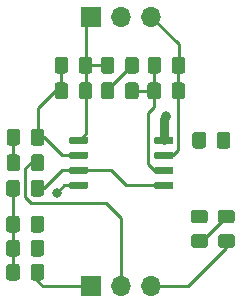
<source format=gbr>
G04 #@! TF.GenerationSoftware,KiCad,Pcbnew,(5.1.5)-2*
G04 #@! TF.CreationDate,2019-12-31T23:10:34+04:00*
G04 #@! TF.ProjectId,ad8066_filter,61643830-3636-45f6-9669-6c7465722e6b,1*
G04 #@! TF.SameCoordinates,Original*
G04 #@! TF.FileFunction,Copper,L1,Top*
G04 #@! TF.FilePolarity,Positive*
%FSLAX46Y46*%
G04 Gerber Fmt 4.6, Leading zero omitted, Abs format (unit mm)*
G04 Created by KiCad (PCBNEW (5.1.5)-2) date 2019-12-31 23:10:34*
%MOMM*%
%LPD*%
G04 APERTURE LIST*
%ADD10C,0.100000*%
%ADD11O,1.700000X1.700000*%
%ADD12R,1.700000X1.700000*%
%ADD13C,0.800000*%
%ADD14C,0.254000*%
%ADD15C,0.250000*%
%ADD16C,0.762000*%
G04 APERTURE END LIST*
G04 #@! TA.AperFunction,SMDPad,CuDef*
D10*
G36*
X172178505Y-93905204D02*
G01*
X172202773Y-93908804D01*
X172226572Y-93914765D01*
X172249671Y-93923030D01*
X172271850Y-93933520D01*
X172292893Y-93946132D01*
X172312599Y-93960747D01*
X172330777Y-93977223D01*
X172347253Y-93995401D01*
X172361868Y-94015107D01*
X172374480Y-94036150D01*
X172384970Y-94058329D01*
X172393235Y-94081428D01*
X172399196Y-94105227D01*
X172402796Y-94129495D01*
X172404000Y-94153999D01*
X172404000Y-94804001D01*
X172402796Y-94828505D01*
X172399196Y-94852773D01*
X172393235Y-94876572D01*
X172384970Y-94899671D01*
X172374480Y-94921850D01*
X172361868Y-94942893D01*
X172347253Y-94962599D01*
X172330777Y-94980777D01*
X172312599Y-94997253D01*
X172292893Y-95011868D01*
X172271850Y-95024480D01*
X172249671Y-95034970D01*
X172226572Y-95043235D01*
X172202773Y-95049196D01*
X172178505Y-95052796D01*
X172154001Y-95054000D01*
X171253999Y-95054000D01*
X171229495Y-95052796D01*
X171205227Y-95049196D01*
X171181428Y-95043235D01*
X171158329Y-95034970D01*
X171136150Y-95024480D01*
X171115107Y-95011868D01*
X171095401Y-94997253D01*
X171077223Y-94980777D01*
X171060747Y-94962599D01*
X171046132Y-94942893D01*
X171033520Y-94921850D01*
X171023030Y-94899671D01*
X171014765Y-94876572D01*
X171008804Y-94852773D01*
X171005204Y-94828505D01*
X171004000Y-94804001D01*
X171004000Y-94153999D01*
X171005204Y-94129495D01*
X171008804Y-94105227D01*
X171014765Y-94081428D01*
X171023030Y-94058329D01*
X171033520Y-94036150D01*
X171046132Y-94015107D01*
X171060747Y-93995401D01*
X171077223Y-93977223D01*
X171095401Y-93960747D01*
X171115107Y-93946132D01*
X171136150Y-93933520D01*
X171158329Y-93923030D01*
X171181428Y-93914765D01*
X171205227Y-93908804D01*
X171229495Y-93905204D01*
X171253999Y-93904000D01*
X172154001Y-93904000D01*
X172178505Y-93905204D01*
G37*
G04 #@! TD.AperFunction*
G04 #@! TA.AperFunction,SMDPad,CuDef*
G36*
X172178505Y-95955204D02*
G01*
X172202773Y-95958804D01*
X172226572Y-95964765D01*
X172249671Y-95973030D01*
X172271850Y-95983520D01*
X172292893Y-95996132D01*
X172312599Y-96010747D01*
X172330777Y-96027223D01*
X172347253Y-96045401D01*
X172361868Y-96065107D01*
X172374480Y-96086150D01*
X172384970Y-96108329D01*
X172393235Y-96131428D01*
X172399196Y-96155227D01*
X172402796Y-96179495D01*
X172404000Y-96203999D01*
X172404000Y-96854001D01*
X172402796Y-96878505D01*
X172399196Y-96902773D01*
X172393235Y-96926572D01*
X172384970Y-96949671D01*
X172374480Y-96971850D01*
X172361868Y-96992893D01*
X172347253Y-97012599D01*
X172330777Y-97030777D01*
X172312599Y-97047253D01*
X172292893Y-97061868D01*
X172271850Y-97074480D01*
X172249671Y-97084970D01*
X172226572Y-97093235D01*
X172202773Y-97099196D01*
X172178505Y-97102796D01*
X172154001Y-97104000D01*
X171253999Y-97104000D01*
X171229495Y-97102796D01*
X171205227Y-97099196D01*
X171181428Y-97093235D01*
X171158329Y-97084970D01*
X171136150Y-97074480D01*
X171115107Y-97061868D01*
X171095401Y-97047253D01*
X171077223Y-97030777D01*
X171060747Y-97012599D01*
X171046132Y-96992893D01*
X171033520Y-96971850D01*
X171023030Y-96949671D01*
X171014765Y-96926572D01*
X171008804Y-96902773D01*
X171005204Y-96878505D01*
X171004000Y-96854001D01*
X171004000Y-96203999D01*
X171005204Y-96179495D01*
X171008804Y-96155227D01*
X171014765Y-96131428D01*
X171023030Y-96108329D01*
X171033520Y-96086150D01*
X171046132Y-96065107D01*
X171060747Y-96045401D01*
X171077223Y-96027223D01*
X171095401Y-96010747D01*
X171115107Y-95996132D01*
X171136150Y-95983520D01*
X171158329Y-95973030D01*
X171181428Y-95964765D01*
X171205227Y-95958804D01*
X171229495Y-95955204D01*
X171253999Y-95954000D01*
X172154001Y-95954000D01*
X172178505Y-95955204D01*
G37*
G04 #@! TD.AperFunction*
G04 #@! TA.AperFunction,SMDPad,CuDef*
G36*
X174464505Y-93905204D02*
G01*
X174488773Y-93908804D01*
X174512572Y-93914765D01*
X174535671Y-93923030D01*
X174557850Y-93933520D01*
X174578893Y-93946132D01*
X174598599Y-93960747D01*
X174616777Y-93977223D01*
X174633253Y-93995401D01*
X174647868Y-94015107D01*
X174660480Y-94036150D01*
X174670970Y-94058329D01*
X174679235Y-94081428D01*
X174685196Y-94105227D01*
X174688796Y-94129495D01*
X174690000Y-94153999D01*
X174690000Y-94804001D01*
X174688796Y-94828505D01*
X174685196Y-94852773D01*
X174679235Y-94876572D01*
X174670970Y-94899671D01*
X174660480Y-94921850D01*
X174647868Y-94942893D01*
X174633253Y-94962599D01*
X174616777Y-94980777D01*
X174598599Y-94997253D01*
X174578893Y-95011868D01*
X174557850Y-95024480D01*
X174535671Y-95034970D01*
X174512572Y-95043235D01*
X174488773Y-95049196D01*
X174464505Y-95052796D01*
X174440001Y-95054000D01*
X173539999Y-95054000D01*
X173515495Y-95052796D01*
X173491227Y-95049196D01*
X173467428Y-95043235D01*
X173444329Y-95034970D01*
X173422150Y-95024480D01*
X173401107Y-95011868D01*
X173381401Y-94997253D01*
X173363223Y-94980777D01*
X173346747Y-94962599D01*
X173332132Y-94942893D01*
X173319520Y-94921850D01*
X173309030Y-94899671D01*
X173300765Y-94876572D01*
X173294804Y-94852773D01*
X173291204Y-94828505D01*
X173290000Y-94804001D01*
X173290000Y-94153999D01*
X173291204Y-94129495D01*
X173294804Y-94105227D01*
X173300765Y-94081428D01*
X173309030Y-94058329D01*
X173319520Y-94036150D01*
X173332132Y-94015107D01*
X173346747Y-93995401D01*
X173363223Y-93977223D01*
X173381401Y-93960747D01*
X173401107Y-93946132D01*
X173422150Y-93933520D01*
X173444329Y-93923030D01*
X173467428Y-93914765D01*
X173491227Y-93908804D01*
X173515495Y-93905204D01*
X173539999Y-93904000D01*
X174440001Y-93904000D01*
X174464505Y-93905204D01*
G37*
G04 #@! TD.AperFunction*
G04 #@! TA.AperFunction,SMDPad,CuDef*
G36*
X174464505Y-95955204D02*
G01*
X174488773Y-95958804D01*
X174512572Y-95964765D01*
X174535671Y-95973030D01*
X174557850Y-95983520D01*
X174578893Y-95996132D01*
X174598599Y-96010747D01*
X174616777Y-96027223D01*
X174633253Y-96045401D01*
X174647868Y-96065107D01*
X174660480Y-96086150D01*
X174670970Y-96108329D01*
X174679235Y-96131428D01*
X174685196Y-96155227D01*
X174688796Y-96179495D01*
X174690000Y-96203999D01*
X174690000Y-96854001D01*
X174688796Y-96878505D01*
X174685196Y-96902773D01*
X174679235Y-96926572D01*
X174670970Y-96949671D01*
X174660480Y-96971850D01*
X174647868Y-96992893D01*
X174633253Y-97012599D01*
X174616777Y-97030777D01*
X174598599Y-97047253D01*
X174578893Y-97061868D01*
X174557850Y-97074480D01*
X174535671Y-97084970D01*
X174512572Y-97093235D01*
X174488773Y-97099196D01*
X174464505Y-97102796D01*
X174440001Y-97104000D01*
X173539999Y-97104000D01*
X173515495Y-97102796D01*
X173491227Y-97099196D01*
X173467428Y-97093235D01*
X173444329Y-97084970D01*
X173422150Y-97074480D01*
X173401107Y-97061868D01*
X173381401Y-97047253D01*
X173363223Y-97030777D01*
X173346747Y-97012599D01*
X173332132Y-96992893D01*
X173319520Y-96971850D01*
X173309030Y-96949671D01*
X173300765Y-96926572D01*
X173294804Y-96902773D01*
X173291204Y-96878505D01*
X173290000Y-96854001D01*
X173290000Y-96203999D01*
X173291204Y-96179495D01*
X173294804Y-96155227D01*
X173300765Y-96131428D01*
X173309030Y-96108329D01*
X173319520Y-96086150D01*
X173332132Y-96065107D01*
X173346747Y-96045401D01*
X173363223Y-96027223D01*
X173381401Y-96010747D01*
X173401107Y-95996132D01*
X173422150Y-95983520D01*
X173444329Y-95973030D01*
X173467428Y-95964765D01*
X173491227Y-95958804D01*
X173515495Y-95955204D01*
X173539999Y-95954000D01*
X174440001Y-95954000D01*
X174464505Y-95955204D01*
G37*
G04 #@! TD.AperFunction*
G04 #@! TA.AperFunction,SMDPad,CuDef*
G36*
X168243505Y-80962204D02*
G01*
X168267773Y-80965804D01*
X168291572Y-80971765D01*
X168314671Y-80980030D01*
X168336850Y-80990520D01*
X168357893Y-81003132D01*
X168377599Y-81017747D01*
X168395777Y-81034223D01*
X168412253Y-81052401D01*
X168426868Y-81072107D01*
X168439480Y-81093150D01*
X168449970Y-81115329D01*
X168458235Y-81138428D01*
X168464196Y-81162227D01*
X168467796Y-81186495D01*
X168469000Y-81210999D01*
X168469000Y-82111001D01*
X168467796Y-82135505D01*
X168464196Y-82159773D01*
X168458235Y-82183572D01*
X168449970Y-82206671D01*
X168439480Y-82228850D01*
X168426868Y-82249893D01*
X168412253Y-82269599D01*
X168395777Y-82287777D01*
X168377599Y-82304253D01*
X168357893Y-82318868D01*
X168336850Y-82331480D01*
X168314671Y-82341970D01*
X168291572Y-82350235D01*
X168267773Y-82356196D01*
X168243505Y-82359796D01*
X168219001Y-82361000D01*
X167568999Y-82361000D01*
X167544495Y-82359796D01*
X167520227Y-82356196D01*
X167496428Y-82350235D01*
X167473329Y-82341970D01*
X167451150Y-82331480D01*
X167430107Y-82318868D01*
X167410401Y-82304253D01*
X167392223Y-82287777D01*
X167375747Y-82269599D01*
X167361132Y-82249893D01*
X167348520Y-82228850D01*
X167338030Y-82206671D01*
X167329765Y-82183572D01*
X167323804Y-82159773D01*
X167320204Y-82135505D01*
X167319000Y-82111001D01*
X167319000Y-81210999D01*
X167320204Y-81186495D01*
X167323804Y-81162227D01*
X167329765Y-81138428D01*
X167338030Y-81115329D01*
X167348520Y-81093150D01*
X167361132Y-81072107D01*
X167375747Y-81052401D01*
X167392223Y-81034223D01*
X167410401Y-81017747D01*
X167430107Y-81003132D01*
X167451150Y-80990520D01*
X167473329Y-80980030D01*
X167496428Y-80971765D01*
X167520227Y-80965804D01*
X167544495Y-80962204D01*
X167568999Y-80961000D01*
X168219001Y-80961000D01*
X168243505Y-80962204D01*
G37*
G04 #@! TD.AperFunction*
G04 #@! TA.AperFunction,SMDPad,CuDef*
G36*
X170293505Y-80962204D02*
G01*
X170317773Y-80965804D01*
X170341572Y-80971765D01*
X170364671Y-80980030D01*
X170386850Y-80990520D01*
X170407893Y-81003132D01*
X170427599Y-81017747D01*
X170445777Y-81034223D01*
X170462253Y-81052401D01*
X170476868Y-81072107D01*
X170489480Y-81093150D01*
X170499970Y-81115329D01*
X170508235Y-81138428D01*
X170514196Y-81162227D01*
X170517796Y-81186495D01*
X170519000Y-81210999D01*
X170519000Y-82111001D01*
X170517796Y-82135505D01*
X170514196Y-82159773D01*
X170508235Y-82183572D01*
X170499970Y-82206671D01*
X170489480Y-82228850D01*
X170476868Y-82249893D01*
X170462253Y-82269599D01*
X170445777Y-82287777D01*
X170427599Y-82304253D01*
X170407893Y-82318868D01*
X170386850Y-82331480D01*
X170364671Y-82341970D01*
X170341572Y-82350235D01*
X170317773Y-82356196D01*
X170293505Y-82359796D01*
X170269001Y-82361000D01*
X169618999Y-82361000D01*
X169594495Y-82359796D01*
X169570227Y-82356196D01*
X169546428Y-82350235D01*
X169523329Y-82341970D01*
X169501150Y-82331480D01*
X169480107Y-82318868D01*
X169460401Y-82304253D01*
X169442223Y-82287777D01*
X169425747Y-82269599D01*
X169411132Y-82249893D01*
X169398520Y-82228850D01*
X169388030Y-82206671D01*
X169379765Y-82183572D01*
X169373804Y-82159773D01*
X169370204Y-82135505D01*
X169369000Y-82111001D01*
X169369000Y-81210999D01*
X169370204Y-81186495D01*
X169373804Y-81162227D01*
X169379765Y-81138428D01*
X169388030Y-81115329D01*
X169398520Y-81093150D01*
X169411132Y-81072107D01*
X169425747Y-81052401D01*
X169442223Y-81034223D01*
X169460401Y-81017747D01*
X169480107Y-81003132D01*
X169501150Y-80990520D01*
X169523329Y-80980030D01*
X169546428Y-80971765D01*
X169570227Y-80965804D01*
X169594495Y-80962204D01*
X169618999Y-80961000D01*
X170269001Y-80961000D01*
X170293505Y-80962204D01*
G37*
G04 #@! TD.AperFunction*
G04 #@! TA.AperFunction,SMDPad,CuDef*
G36*
X168225505Y-83121204D02*
G01*
X168249773Y-83124804D01*
X168273572Y-83130765D01*
X168296671Y-83139030D01*
X168318850Y-83149520D01*
X168339893Y-83162132D01*
X168359599Y-83176747D01*
X168377777Y-83193223D01*
X168394253Y-83211401D01*
X168408868Y-83231107D01*
X168421480Y-83252150D01*
X168431970Y-83274329D01*
X168440235Y-83297428D01*
X168446196Y-83321227D01*
X168449796Y-83345495D01*
X168451000Y-83369999D01*
X168451000Y-84270001D01*
X168449796Y-84294505D01*
X168446196Y-84318773D01*
X168440235Y-84342572D01*
X168431970Y-84365671D01*
X168421480Y-84387850D01*
X168408868Y-84408893D01*
X168394253Y-84428599D01*
X168377777Y-84446777D01*
X168359599Y-84463253D01*
X168339893Y-84477868D01*
X168318850Y-84490480D01*
X168296671Y-84500970D01*
X168273572Y-84509235D01*
X168249773Y-84515196D01*
X168225505Y-84518796D01*
X168201001Y-84520000D01*
X167550999Y-84520000D01*
X167526495Y-84518796D01*
X167502227Y-84515196D01*
X167478428Y-84509235D01*
X167455329Y-84500970D01*
X167433150Y-84490480D01*
X167412107Y-84477868D01*
X167392401Y-84463253D01*
X167374223Y-84446777D01*
X167357747Y-84428599D01*
X167343132Y-84408893D01*
X167330520Y-84387850D01*
X167320030Y-84365671D01*
X167311765Y-84342572D01*
X167305804Y-84318773D01*
X167302204Y-84294505D01*
X167301000Y-84270001D01*
X167301000Y-83369999D01*
X167302204Y-83345495D01*
X167305804Y-83321227D01*
X167311765Y-83297428D01*
X167320030Y-83274329D01*
X167330520Y-83252150D01*
X167343132Y-83231107D01*
X167357747Y-83211401D01*
X167374223Y-83193223D01*
X167392401Y-83176747D01*
X167412107Y-83162132D01*
X167433150Y-83149520D01*
X167455329Y-83139030D01*
X167478428Y-83130765D01*
X167502227Y-83124804D01*
X167526495Y-83121204D01*
X167550999Y-83120000D01*
X168201001Y-83120000D01*
X168225505Y-83121204D01*
G37*
G04 #@! TD.AperFunction*
G04 #@! TA.AperFunction,SMDPad,CuDef*
G36*
X170275505Y-83121204D02*
G01*
X170299773Y-83124804D01*
X170323572Y-83130765D01*
X170346671Y-83139030D01*
X170368850Y-83149520D01*
X170389893Y-83162132D01*
X170409599Y-83176747D01*
X170427777Y-83193223D01*
X170444253Y-83211401D01*
X170458868Y-83231107D01*
X170471480Y-83252150D01*
X170481970Y-83274329D01*
X170490235Y-83297428D01*
X170496196Y-83321227D01*
X170499796Y-83345495D01*
X170501000Y-83369999D01*
X170501000Y-84270001D01*
X170499796Y-84294505D01*
X170496196Y-84318773D01*
X170490235Y-84342572D01*
X170481970Y-84365671D01*
X170471480Y-84387850D01*
X170458868Y-84408893D01*
X170444253Y-84428599D01*
X170427777Y-84446777D01*
X170409599Y-84463253D01*
X170389893Y-84477868D01*
X170368850Y-84490480D01*
X170346671Y-84500970D01*
X170323572Y-84509235D01*
X170299773Y-84515196D01*
X170275505Y-84518796D01*
X170251001Y-84520000D01*
X169600999Y-84520000D01*
X169576495Y-84518796D01*
X169552227Y-84515196D01*
X169528428Y-84509235D01*
X169505329Y-84500970D01*
X169483150Y-84490480D01*
X169462107Y-84477868D01*
X169442401Y-84463253D01*
X169424223Y-84446777D01*
X169407747Y-84428599D01*
X169393132Y-84408893D01*
X169380520Y-84387850D01*
X169370030Y-84365671D01*
X169361765Y-84342572D01*
X169355804Y-84318773D01*
X169352204Y-84294505D01*
X169351000Y-84270001D01*
X169351000Y-83369999D01*
X169352204Y-83345495D01*
X169355804Y-83321227D01*
X169361765Y-83297428D01*
X169370030Y-83274329D01*
X169380520Y-83252150D01*
X169393132Y-83231107D01*
X169407747Y-83211401D01*
X169424223Y-83193223D01*
X169442401Y-83176747D01*
X169462107Y-83162132D01*
X169483150Y-83149520D01*
X169505329Y-83139030D01*
X169528428Y-83130765D01*
X169552227Y-83124804D01*
X169576495Y-83121204D01*
X169600999Y-83120000D01*
X170251001Y-83120000D01*
X170275505Y-83121204D01*
G37*
G04 #@! TD.AperFunction*
G04 #@! TA.AperFunction,SMDPad,CuDef*
G36*
X174094505Y-87312204D02*
G01*
X174118773Y-87315804D01*
X174142572Y-87321765D01*
X174165671Y-87330030D01*
X174187850Y-87340520D01*
X174208893Y-87353132D01*
X174228599Y-87367747D01*
X174246777Y-87384223D01*
X174263253Y-87402401D01*
X174277868Y-87422107D01*
X174290480Y-87443150D01*
X174300970Y-87465329D01*
X174309235Y-87488428D01*
X174315196Y-87512227D01*
X174318796Y-87536495D01*
X174320000Y-87560999D01*
X174320000Y-88461001D01*
X174318796Y-88485505D01*
X174315196Y-88509773D01*
X174309235Y-88533572D01*
X174300970Y-88556671D01*
X174290480Y-88578850D01*
X174277868Y-88599893D01*
X174263253Y-88619599D01*
X174246777Y-88637777D01*
X174228599Y-88654253D01*
X174208893Y-88668868D01*
X174187850Y-88681480D01*
X174165671Y-88691970D01*
X174142572Y-88700235D01*
X174118773Y-88706196D01*
X174094505Y-88709796D01*
X174070001Y-88711000D01*
X173419999Y-88711000D01*
X173395495Y-88709796D01*
X173371227Y-88706196D01*
X173347428Y-88700235D01*
X173324329Y-88691970D01*
X173302150Y-88681480D01*
X173281107Y-88668868D01*
X173261401Y-88654253D01*
X173243223Y-88637777D01*
X173226747Y-88619599D01*
X173212132Y-88599893D01*
X173199520Y-88578850D01*
X173189030Y-88556671D01*
X173180765Y-88533572D01*
X173174804Y-88509773D01*
X173171204Y-88485505D01*
X173170000Y-88461001D01*
X173170000Y-87560999D01*
X173171204Y-87536495D01*
X173174804Y-87512227D01*
X173180765Y-87488428D01*
X173189030Y-87465329D01*
X173199520Y-87443150D01*
X173212132Y-87422107D01*
X173226747Y-87402401D01*
X173243223Y-87384223D01*
X173261401Y-87367747D01*
X173281107Y-87353132D01*
X173302150Y-87340520D01*
X173324329Y-87330030D01*
X173347428Y-87321765D01*
X173371227Y-87315804D01*
X173395495Y-87312204D01*
X173419999Y-87311000D01*
X174070001Y-87311000D01*
X174094505Y-87312204D01*
G37*
G04 #@! TD.AperFunction*
G04 #@! TA.AperFunction,SMDPad,CuDef*
G36*
X172044505Y-87312204D02*
G01*
X172068773Y-87315804D01*
X172092572Y-87321765D01*
X172115671Y-87330030D01*
X172137850Y-87340520D01*
X172158893Y-87353132D01*
X172178599Y-87367747D01*
X172196777Y-87384223D01*
X172213253Y-87402401D01*
X172227868Y-87422107D01*
X172240480Y-87443150D01*
X172250970Y-87465329D01*
X172259235Y-87488428D01*
X172265196Y-87512227D01*
X172268796Y-87536495D01*
X172270000Y-87560999D01*
X172270000Y-88461001D01*
X172268796Y-88485505D01*
X172265196Y-88509773D01*
X172259235Y-88533572D01*
X172250970Y-88556671D01*
X172240480Y-88578850D01*
X172227868Y-88599893D01*
X172213253Y-88619599D01*
X172196777Y-88637777D01*
X172178599Y-88654253D01*
X172158893Y-88668868D01*
X172137850Y-88681480D01*
X172115671Y-88691970D01*
X172092572Y-88700235D01*
X172068773Y-88706196D01*
X172044505Y-88709796D01*
X172020001Y-88711000D01*
X171369999Y-88711000D01*
X171345495Y-88709796D01*
X171321227Y-88706196D01*
X171297428Y-88700235D01*
X171274329Y-88691970D01*
X171252150Y-88681480D01*
X171231107Y-88668868D01*
X171211401Y-88654253D01*
X171193223Y-88637777D01*
X171176747Y-88619599D01*
X171162132Y-88599893D01*
X171149520Y-88578850D01*
X171139030Y-88556671D01*
X171130765Y-88533572D01*
X171124804Y-88509773D01*
X171121204Y-88485505D01*
X171120000Y-88461001D01*
X171120000Y-87560999D01*
X171121204Y-87536495D01*
X171124804Y-87512227D01*
X171130765Y-87488428D01*
X171139030Y-87465329D01*
X171149520Y-87443150D01*
X171162132Y-87422107D01*
X171176747Y-87402401D01*
X171193223Y-87384223D01*
X171211401Y-87367747D01*
X171231107Y-87353132D01*
X171252150Y-87340520D01*
X171274329Y-87330030D01*
X171297428Y-87321765D01*
X171321227Y-87315804D01*
X171345495Y-87312204D01*
X171369999Y-87311000D01*
X172020001Y-87311000D01*
X172044505Y-87312204D01*
G37*
G04 #@! TD.AperFunction*
G04 #@! TA.AperFunction,SMDPad,CuDef*
G36*
X169364703Y-87711722D02*
G01*
X169379264Y-87713882D01*
X169393543Y-87717459D01*
X169407403Y-87722418D01*
X169420710Y-87728712D01*
X169433336Y-87736280D01*
X169445159Y-87745048D01*
X169456066Y-87754934D01*
X169465952Y-87765841D01*
X169474720Y-87777664D01*
X169482288Y-87790290D01*
X169488582Y-87803597D01*
X169493541Y-87817457D01*
X169497118Y-87831736D01*
X169499278Y-87846297D01*
X169500000Y-87861000D01*
X169500000Y-88161000D01*
X169499278Y-88175703D01*
X169497118Y-88190264D01*
X169493541Y-88204543D01*
X169488582Y-88218403D01*
X169482288Y-88231710D01*
X169474720Y-88244336D01*
X169465952Y-88256159D01*
X169456066Y-88267066D01*
X169445159Y-88276952D01*
X169433336Y-88285720D01*
X169420710Y-88293288D01*
X169407403Y-88299582D01*
X169393543Y-88304541D01*
X169379264Y-88308118D01*
X169364703Y-88310278D01*
X169350000Y-88311000D01*
X168050000Y-88311000D01*
X168035297Y-88310278D01*
X168020736Y-88308118D01*
X168006457Y-88304541D01*
X167992597Y-88299582D01*
X167979290Y-88293288D01*
X167966664Y-88285720D01*
X167954841Y-88276952D01*
X167943934Y-88267066D01*
X167934048Y-88256159D01*
X167925280Y-88244336D01*
X167917712Y-88231710D01*
X167911418Y-88218403D01*
X167906459Y-88204543D01*
X167902882Y-88190264D01*
X167900722Y-88175703D01*
X167900000Y-88161000D01*
X167900000Y-87861000D01*
X167900722Y-87846297D01*
X167902882Y-87831736D01*
X167906459Y-87817457D01*
X167911418Y-87803597D01*
X167917712Y-87790290D01*
X167925280Y-87777664D01*
X167934048Y-87765841D01*
X167943934Y-87754934D01*
X167954841Y-87745048D01*
X167966664Y-87736280D01*
X167979290Y-87728712D01*
X167992597Y-87722418D01*
X168006457Y-87717459D01*
X168020736Y-87713882D01*
X168035297Y-87711722D01*
X168050000Y-87711000D01*
X169350000Y-87711000D01*
X169364703Y-87711722D01*
G37*
G04 #@! TD.AperFunction*
G04 #@! TA.AperFunction,SMDPad,CuDef*
G36*
X169364703Y-88981722D02*
G01*
X169379264Y-88983882D01*
X169393543Y-88987459D01*
X169407403Y-88992418D01*
X169420710Y-88998712D01*
X169433336Y-89006280D01*
X169445159Y-89015048D01*
X169456066Y-89024934D01*
X169465952Y-89035841D01*
X169474720Y-89047664D01*
X169482288Y-89060290D01*
X169488582Y-89073597D01*
X169493541Y-89087457D01*
X169497118Y-89101736D01*
X169499278Y-89116297D01*
X169500000Y-89131000D01*
X169500000Y-89431000D01*
X169499278Y-89445703D01*
X169497118Y-89460264D01*
X169493541Y-89474543D01*
X169488582Y-89488403D01*
X169482288Y-89501710D01*
X169474720Y-89514336D01*
X169465952Y-89526159D01*
X169456066Y-89537066D01*
X169445159Y-89546952D01*
X169433336Y-89555720D01*
X169420710Y-89563288D01*
X169407403Y-89569582D01*
X169393543Y-89574541D01*
X169379264Y-89578118D01*
X169364703Y-89580278D01*
X169350000Y-89581000D01*
X168050000Y-89581000D01*
X168035297Y-89580278D01*
X168020736Y-89578118D01*
X168006457Y-89574541D01*
X167992597Y-89569582D01*
X167979290Y-89563288D01*
X167966664Y-89555720D01*
X167954841Y-89546952D01*
X167943934Y-89537066D01*
X167934048Y-89526159D01*
X167925280Y-89514336D01*
X167917712Y-89501710D01*
X167911418Y-89488403D01*
X167906459Y-89474543D01*
X167902882Y-89460264D01*
X167900722Y-89445703D01*
X167900000Y-89431000D01*
X167900000Y-89131000D01*
X167900722Y-89116297D01*
X167902882Y-89101736D01*
X167906459Y-89087457D01*
X167911418Y-89073597D01*
X167917712Y-89060290D01*
X167925280Y-89047664D01*
X167934048Y-89035841D01*
X167943934Y-89024934D01*
X167954841Y-89015048D01*
X167966664Y-89006280D01*
X167979290Y-88998712D01*
X167992597Y-88992418D01*
X168006457Y-88987459D01*
X168020736Y-88983882D01*
X168035297Y-88981722D01*
X168050000Y-88981000D01*
X169350000Y-88981000D01*
X169364703Y-88981722D01*
G37*
G04 #@! TD.AperFunction*
G04 #@! TA.AperFunction,SMDPad,CuDef*
G36*
X169364703Y-90251722D02*
G01*
X169379264Y-90253882D01*
X169393543Y-90257459D01*
X169407403Y-90262418D01*
X169420710Y-90268712D01*
X169433336Y-90276280D01*
X169445159Y-90285048D01*
X169456066Y-90294934D01*
X169465952Y-90305841D01*
X169474720Y-90317664D01*
X169482288Y-90330290D01*
X169488582Y-90343597D01*
X169493541Y-90357457D01*
X169497118Y-90371736D01*
X169499278Y-90386297D01*
X169500000Y-90401000D01*
X169500000Y-90701000D01*
X169499278Y-90715703D01*
X169497118Y-90730264D01*
X169493541Y-90744543D01*
X169488582Y-90758403D01*
X169482288Y-90771710D01*
X169474720Y-90784336D01*
X169465952Y-90796159D01*
X169456066Y-90807066D01*
X169445159Y-90816952D01*
X169433336Y-90825720D01*
X169420710Y-90833288D01*
X169407403Y-90839582D01*
X169393543Y-90844541D01*
X169379264Y-90848118D01*
X169364703Y-90850278D01*
X169350000Y-90851000D01*
X168050000Y-90851000D01*
X168035297Y-90850278D01*
X168020736Y-90848118D01*
X168006457Y-90844541D01*
X167992597Y-90839582D01*
X167979290Y-90833288D01*
X167966664Y-90825720D01*
X167954841Y-90816952D01*
X167943934Y-90807066D01*
X167934048Y-90796159D01*
X167925280Y-90784336D01*
X167917712Y-90771710D01*
X167911418Y-90758403D01*
X167906459Y-90744543D01*
X167902882Y-90730264D01*
X167900722Y-90715703D01*
X167900000Y-90701000D01*
X167900000Y-90401000D01*
X167900722Y-90386297D01*
X167902882Y-90371736D01*
X167906459Y-90357457D01*
X167911418Y-90343597D01*
X167917712Y-90330290D01*
X167925280Y-90317664D01*
X167934048Y-90305841D01*
X167943934Y-90294934D01*
X167954841Y-90285048D01*
X167966664Y-90276280D01*
X167979290Y-90268712D01*
X167992597Y-90262418D01*
X168006457Y-90257459D01*
X168020736Y-90253882D01*
X168035297Y-90251722D01*
X168050000Y-90251000D01*
X169350000Y-90251000D01*
X169364703Y-90251722D01*
G37*
G04 #@! TD.AperFunction*
G04 #@! TA.AperFunction,SMDPad,CuDef*
G36*
X169364703Y-91521722D02*
G01*
X169379264Y-91523882D01*
X169393543Y-91527459D01*
X169407403Y-91532418D01*
X169420710Y-91538712D01*
X169433336Y-91546280D01*
X169445159Y-91555048D01*
X169456066Y-91564934D01*
X169465952Y-91575841D01*
X169474720Y-91587664D01*
X169482288Y-91600290D01*
X169488582Y-91613597D01*
X169493541Y-91627457D01*
X169497118Y-91641736D01*
X169499278Y-91656297D01*
X169500000Y-91671000D01*
X169500000Y-91971000D01*
X169499278Y-91985703D01*
X169497118Y-92000264D01*
X169493541Y-92014543D01*
X169488582Y-92028403D01*
X169482288Y-92041710D01*
X169474720Y-92054336D01*
X169465952Y-92066159D01*
X169456066Y-92077066D01*
X169445159Y-92086952D01*
X169433336Y-92095720D01*
X169420710Y-92103288D01*
X169407403Y-92109582D01*
X169393543Y-92114541D01*
X169379264Y-92118118D01*
X169364703Y-92120278D01*
X169350000Y-92121000D01*
X168050000Y-92121000D01*
X168035297Y-92120278D01*
X168020736Y-92118118D01*
X168006457Y-92114541D01*
X167992597Y-92109582D01*
X167979290Y-92103288D01*
X167966664Y-92095720D01*
X167954841Y-92086952D01*
X167943934Y-92077066D01*
X167934048Y-92066159D01*
X167925280Y-92054336D01*
X167917712Y-92041710D01*
X167911418Y-92028403D01*
X167906459Y-92014543D01*
X167902882Y-92000264D01*
X167900722Y-91985703D01*
X167900000Y-91971000D01*
X167900000Y-91671000D01*
X167900722Y-91656297D01*
X167902882Y-91641736D01*
X167906459Y-91627457D01*
X167911418Y-91613597D01*
X167917712Y-91600290D01*
X167925280Y-91587664D01*
X167934048Y-91575841D01*
X167943934Y-91564934D01*
X167954841Y-91555048D01*
X167966664Y-91546280D01*
X167979290Y-91538712D01*
X167992597Y-91532418D01*
X168006457Y-91527459D01*
X168020736Y-91523882D01*
X168035297Y-91521722D01*
X168050000Y-91521000D01*
X169350000Y-91521000D01*
X169364703Y-91521722D01*
G37*
G04 #@! TD.AperFunction*
G04 #@! TA.AperFunction,SMDPad,CuDef*
G36*
X162164703Y-91521722D02*
G01*
X162179264Y-91523882D01*
X162193543Y-91527459D01*
X162207403Y-91532418D01*
X162220710Y-91538712D01*
X162233336Y-91546280D01*
X162245159Y-91555048D01*
X162256066Y-91564934D01*
X162265952Y-91575841D01*
X162274720Y-91587664D01*
X162282288Y-91600290D01*
X162288582Y-91613597D01*
X162293541Y-91627457D01*
X162297118Y-91641736D01*
X162299278Y-91656297D01*
X162300000Y-91671000D01*
X162300000Y-91971000D01*
X162299278Y-91985703D01*
X162297118Y-92000264D01*
X162293541Y-92014543D01*
X162288582Y-92028403D01*
X162282288Y-92041710D01*
X162274720Y-92054336D01*
X162265952Y-92066159D01*
X162256066Y-92077066D01*
X162245159Y-92086952D01*
X162233336Y-92095720D01*
X162220710Y-92103288D01*
X162207403Y-92109582D01*
X162193543Y-92114541D01*
X162179264Y-92118118D01*
X162164703Y-92120278D01*
X162150000Y-92121000D01*
X160850000Y-92121000D01*
X160835297Y-92120278D01*
X160820736Y-92118118D01*
X160806457Y-92114541D01*
X160792597Y-92109582D01*
X160779290Y-92103288D01*
X160766664Y-92095720D01*
X160754841Y-92086952D01*
X160743934Y-92077066D01*
X160734048Y-92066159D01*
X160725280Y-92054336D01*
X160717712Y-92041710D01*
X160711418Y-92028403D01*
X160706459Y-92014543D01*
X160702882Y-92000264D01*
X160700722Y-91985703D01*
X160700000Y-91971000D01*
X160700000Y-91671000D01*
X160700722Y-91656297D01*
X160702882Y-91641736D01*
X160706459Y-91627457D01*
X160711418Y-91613597D01*
X160717712Y-91600290D01*
X160725280Y-91587664D01*
X160734048Y-91575841D01*
X160743934Y-91564934D01*
X160754841Y-91555048D01*
X160766664Y-91546280D01*
X160779290Y-91538712D01*
X160792597Y-91532418D01*
X160806457Y-91527459D01*
X160820736Y-91523882D01*
X160835297Y-91521722D01*
X160850000Y-91521000D01*
X162150000Y-91521000D01*
X162164703Y-91521722D01*
G37*
G04 #@! TD.AperFunction*
G04 #@! TA.AperFunction,SMDPad,CuDef*
G36*
X162164703Y-90251722D02*
G01*
X162179264Y-90253882D01*
X162193543Y-90257459D01*
X162207403Y-90262418D01*
X162220710Y-90268712D01*
X162233336Y-90276280D01*
X162245159Y-90285048D01*
X162256066Y-90294934D01*
X162265952Y-90305841D01*
X162274720Y-90317664D01*
X162282288Y-90330290D01*
X162288582Y-90343597D01*
X162293541Y-90357457D01*
X162297118Y-90371736D01*
X162299278Y-90386297D01*
X162300000Y-90401000D01*
X162300000Y-90701000D01*
X162299278Y-90715703D01*
X162297118Y-90730264D01*
X162293541Y-90744543D01*
X162288582Y-90758403D01*
X162282288Y-90771710D01*
X162274720Y-90784336D01*
X162265952Y-90796159D01*
X162256066Y-90807066D01*
X162245159Y-90816952D01*
X162233336Y-90825720D01*
X162220710Y-90833288D01*
X162207403Y-90839582D01*
X162193543Y-90844541D01*
X162179264Y-90848118D01*
X162164703Y-90850278D01*
X162150000Y-90851000D01*
X160850000Y-90851000D01*
X160835297Y-90850278D01*
X160820736Y-90848118D01*
X160806457Y-90844541D01*
X160792597Y-90839582D01*
X160779290Y-90833288D01*
X160766664Y-90825720D01*
X160754841Y-90816952D01*
X160743934Y-90807066D01*
X160734048Y-90796159D01*
X160725280Y-90784336D01*
X160717712Y-90771710D01*
X160711418Y-90758403D01*
X160706459Y-90744543D01*
X160702882Y-90730264D01*
X160700722Y-90715703D01*
X160700000Y-90701000D01*
X160700000Y-90401000D01*
X160700722Y-90386297D01*
X160702882Y-90371736D01*
X160706459Y-90357457D01*
X160711418Y-90343597D01*
X160717712Y-90330290D01*
X160725280Y-90317664D01*
X160734048Y-90305841D01*
X160743934Y-90294934D01*
X160754841Y-90285048D01*
X160766664Y-90276280D01*
X160779290Y-90268712D01*
X160792597Y-90262418D01*
X160806457Y-90257459D01*
X160820736Y-90253882D01*
X160835297Y-90251722D01*
X160850000Y-90251000D01*
X162150000Y-90251000D01*
X162164703Y-90251722D01*
G37*
G04 #@! TD.AperFunction*
G04 #@! TA.AperFunction,SMDPad,CuDef*
G36*
X162164703Y-88981722D02*
G01*
X162179264Y-88983882D01*
X162193543Y-88987459D01*
X162207403Y-88992418D01*
X162220710Y-88998712D01*
X162233336Y-89006280D01*
X162245159Y-89015048D01*
X162256066Y-89024934D01*
X162265952Y-89035841D01*
X162274720Y-89047664D01*
X162282288Y-89060290D01*
X162288582Y-89073597D01*
X162293541Y-89087457D01*
X162297118Y-89101736D01*
X162299278Y-89116297D01*
X162300000Y-89131000D01*
X162300000Y-89431000D01*
X162299278Y-89445703D01*
X162297118Y-89460264D01*
X162293541Y-89474543D01*
X162288582Y-89488403D01*
X162282288Y-89501710D01*
X162274720Y-89514336D01*
X162265952Y-89526159D01*
X162256066Y-89537066D01*
X162245159Y-89546952D01*
X162233336Y-89555720D01*
X162220710Y-89563288D01*
X162207403Y-89569582D01*
X162193543Y-89574541D01*
X162179264Y-89578118D01*
X162164703Y-89580278D01*
X162150000Y-89581000D01*
X160850000Y-89581000D01*
X160835297Y-89580278D01*
X160820736Y-89578118D01*
X160806457Y-89574541D01*
X160792597Y-89569582D01*
X160779290Y-89563288D01*
X160766664Y-89555720D01*
X160754841Y-89546952D01*
X160743934Y-89537066D01*
X160734048Y-89526159D01*
X160725280Y-89514336D01*
X160717712Y-89501710D01*
X160711418Y-89488403D01*
X160706459Y-89474543D01*
X160702882Y-89460264D01*
X160700722Y-89445703D01*
X160700000Y-89431000D01*
X160700000Y-89131000D01*
X160700722Y-89116297D01*
X160702882Y-89101736D01*
X160706459Y-89087457D01*
X160711418Y-89073597D01*
X160717712Y-89060290D01*
X160725280Y-89047664D01*
X160734048Y-89035841D01*
X160743934Y-89024934D01*
X160754841Y-89015048D01*
X160766664Y-89006280D01*
X160779290Y-88998712D01*
X160792597Y-88992418D01*
X160806457Y-88987459D01*
X160820736Y-88983882D01*
X160835297Y-88981722D01*
X160850000Y-88981000D01*
X162150000Y-88981000D01*
X162164703Y-88981722D01*
G37*
G04 #@! TD.AperFunction*
G04 #@! TA.AperFunction,SMDPad,CuDef*
G36*
X162164703Y-87711722D02*
G01*
X162179264Y-87713882D01*
X162193543Y-87717459D01*
X162207403Y-87722418D01*
X162220710Y-87728712D01*
X162233336Y-87736280D01*
X162245159Y-87745048D01*
X162256066Y-87754934D01*
X162265952Y-87765841D01*
X162274720Y-87777664D01*
X162282288Y-87790290D01*
X162288582Y-87803597D01*
X162293541Y-87817457D01*
X162297118Y-87831736D01*
X162299278Y-87846297D01*
X162300000Y-87861000D01*
X162300000Y-88161000D01*
X162299278Y-88175703D01*
X162297118Y-88190264D01*
X162293541Y-88204543D01*
X162288582Y-88218403D01*
X162282288Y-88231710D01*
X162274720Y-88244336D01*
X162265952Y-88256159D01*
X162256066Y-88267066D01*
X162245159Y-88276952D01*
X162233336Y-88285720D01*
X162220710Y-88293288D01*
X162207403Y-88299582D01*
X162193543Y-88304541D01*
X162179264Y-88308118D01*
X162164703Y-88310278D01*
X162150000Y-88311000D01*
X160850000Y-88311000D01*
X160835297Y-88310278D01*
X160820736Y-88308118D01*
X160806457Y-88304541D01*
X160792597Y-88299582D01*
X160779290Y-88293288D01*
X160766664Y-88285720D01*
X160754841Y-88276952D01*
X160743934Y-88267066D01*
X160734048Y-88256159D01*
X160725280Y-88244336D01*
X160717712Y-88231710D01*
X160711418Y-88218403D01*
X160706459Y-88204543D01*
X160702882Y-88190264D01*
X160700722Y-88175703D01*
X160700000Y-88161000D01*
X160700000Y-87861000D01*
X160700722Y-87846297D01*
X160702882Y-87831736D01*
X160706459Y-87817457D01*
X160711418Y-87803597D01*
X160717712Y-87790290D01*
X160725280Y-87777664D01*
X160734048Y-87765841D01*
X160743934Y-87754934D01*
X160754841Y-87745048D01*
X160766664Y-87736280D01*
X160779290Y-87728712D01*
X160792597Y-87722418D01*
X160806457Y-87717459D01*
X160820736Y-87713882D01*
X160835297Y-87711722D01*
X160850000Y-87711000D01*
X162150000Y-87711000D01*
X162164703Y-87711722D01*
G37*
G04 #@! TD.AperFunction*
G04 #@! TA.AperFunction,SMDPad,CuDef*
G36*
X156287505Y-91376204D02*
G01*
X156311773Y-91379804D01*
X156335572Y-91385765D01*
X156358671Y-91394030D01*
X156380850Y-91404520D01*
X156401893Y-91417132D01*
X156421599Y-91431747D01*
X156439777Y-91448223D01*
X156456253Y-91466401D01*
X156470868Y-91486107D01*
X156483480Y-91507150D01*
X156493970Y-91529329D01*
X156502235Y-91552428D01*
X156508196Y-91576227D01*
X156511796Y-91600495D01*
X156513000Y-91624999D01*
X156513000Y-92525001D01*
X156511796Y-92549505D01*
X156508196Y-92573773D01*
X156502235Y-92597572D01*
X156493970Y-92620671D01*
X156483480Y-92642850D01*
X156470868Y-92663893D01*
X156456253Y-92683599D01*
X156439777Y-92701777D01*
X156421599Y-92718253D01*
X156401893Y-92732868D01*
X156380850Y-92745480D01*
X156358671Y-92755970D01*
X156335572Y-92764235D01*
X156311773Y-92770196D01*
X156287505Y-92773796D01*
X156263001Y-92775000D01*
X155612999Y-92775000D01*
X155588495Y-92773796D01*
X155564227Y-92770196D01*
X155540428Y-92764235D01*
X155517329Y-92755970D01*
X155495150Y-92745480D01*
X155474107Y-92732868D01*
X155454401Y-92718253D01*
X155436223Y-92701777D01*
X155419747Y-92683599D01*
X155405132Y-92663893D01*
X155392520Y-92642850D01*
X155382030Y-92620671D01*
X155373765Y-92597572D01*
X155367804Y-92573773D01*
X155364204Y-92549505D01*
X155363000Y-92525001D01*
X155363000Y-91624999D01*
X155364204Y-91600495D01*
X155367804Y-91576227D01*
X155373765Y-91552428D01*
X155382030Y-91529329D01*
X155392520Y-91507150D01*
X155405132Y-91486107D01*
X155419747Y-91466401D01*
X155436223Y-91448223D01*
X155454401Y-91431747D01*
X155474107Y-91417132D01*
X155495150Y-91404520D01*
X155517329Y-91394030D01*
X155540428Y-91385765D01*
X155564227Y-91379804D01*
X155588495Y-91376204D01*
X155612999Y-91375000D01*
X156263001Y-91375000D01*
X156287505Y-91376204D01*
G37*
G04 #@! TD.AperFunction*
G04 #@! TA.AperFunction,SMDPad,CuDef*
G36*
X158337505Y-91376204D02*
G01*
X158361773Y-91379804D01*
X158385572Y-91385765D01*
X158408671Y-91394030D01*
X158430850Y-91404520D01*
X158451893Y-91417132D01*
X158471599Y-91431747D01*
X158489777Y-91448223D01*
X158506253Y-91466401D01*
X158520868Y-91486107D01*
X158533480Y-91507150D01*
X158543970Y-91529329D01*
X158552235Y-91552428D01*
X158558196Y-91576227D01*
X158561796Y-91600495D01*
X158563000Y-91624999D01*
X158563000Y-92525001D01*
X158561796Y-92549505D01*
X158558196Y-92573773D01*
X158552235Y-92597572D01*
X158543970Y-92620671D01*
X158533480Y-92642850D01*
X158520868Y-92663893D01*
X158506253Y-92683599D01*
X158489777Y-92701777D01*
X158471599Y-92718253D01*
X158451893Y-92732868D01*
X158430850Y-92745480D01*
X158408671Y-92755970D01*
X158385572Y-92764235D01*
X158361773Y-92770196D01*
X158337505Y-92773796D01*
X158313001Y-92775000D01*
X157662999Y-92775000D01*
X157638495Y-92773796D01*
X157614227Y-92770196D01*
X157590428Y-92764235D01*
X157567329Y-92755970D01*
X157545150Y-92745480D01*
X157524107Y-92732868D01*
X157504401Y-92718253D01*
X157486223Y-92701777D01*
X157469747Y-92683599D01*
X157455132Y-92663893D01*
X157442520Y-92642850D01*
X157432030Y-92620671D01*
X157423765Y-92597572D01*
X157417804Y-92573773D01*
X157414204Y-92549505D01*
X157413000Y-92525001D01*
X157413000Y-91624999D01*
X157414204Y-91600495D01*
X157417804Y-91576227D01*
X157423765Y-91552428D01*
X157432030Y-91529329D01*
X157442520Y-91507150D01*
X157455132Y-91486107D01*
X157469747Y-91466401D01*
X157486223Y-91448223D01*
X157504401Y-91431747D01*
X157524107Y-91417132D01*
X157545150Y-91404520D01*
X157567329Y-91394030D01*
X157590428Y-91385765D01*
X157614227Y-91379804D01*
X157638495Y-91376204D01*
X157662999Y-91375000D01*
X158313001Y-91375000D01*
X158337505Y-91376204D01*
G37*
G04 #@! TD.AperFunction*
G04 #@! TA.AperFunction,SMDPad,CuDef*
G36*
X158337505Y-96456204D02*
G01*
X158361773Y-96459804D01*
X158385572Y-96465765D01*
X158408671Y-96474030D01*
X158430850Y-96484520D01*
X158451893Y-96497132D01*
X158471599Y-96511747D01*
X158489777Y-96528223D01*
X158506253Y-96546401D01*
X158520868Y-96566107D01*
X158533480Y-96587150D01*
X158543970Y-96609329D01*
X158552235Y-96632428D01*
X158558196Y-96656227D01*
X158561796Y-96680495D01*
X158563000Y-96704999D01*
X158563000Y-97605001D01*
X158561796Y-97629505D01*
X158558196Y-97653773D01*
X158552235Y-97677572D01*
X158543970Y-97700671D01*
X158533480Y-97722850D01*
X158520868Y-97743893D01*
X158506253Y-97763599D01*
X158489777Y-97781777D01*
X158471599Y-97798253D01*
X158451893Y-97812868D01*
X158430850Y-97825480D01*
X158408671Y-97835970D01*
X158385572Y-97844235D01*
X158361773Y-97850196D01*
X158337505Y-97853796D01*
X158313001Y-97855000D01*
X157662999Y-97855000D01*
X157638495Y-97853796D01*
X157614227Y-97850196D01*
X157590428Y-97844235D01*
X157567329Y-97835970D01*
X157545150Y-97825480D01*
X157524107Y-97812868D01*
X157504401Y-97798253D01*
X157486223Y-97781777D01*
X157469747Y-97763599D01*
X157455132Y-97743893D01*
X157442520Y-97722850D01*
X157432030Y-97700671D01*
X157423765Y-97677572D01*
X157417804Y-97653773D01*
X157414204Y-97629505D01*
X157413000Y-97605001D01*
X157413000Y-96704999D01*
X157414204Y-96680495D01*
X157417804Y-96656227D01*
X157423765Y-96632428D01*
X157432030Y-96609329D01*
X157442520Y-96587150D01*
X157455132Y-96566107D01*
X157469747Y-96546401D01*
X157486223Y-96528223D01*
X157504401Y-96511747D01*
X157524107Y-96497132D01*
X157545150Y-96484520D01*
X157567329Y-96474030D01*
X157590428Y-96465765D01*
X157614227Y-96459804D01*
X157638495Y-96456204D01*
X157662999Y-96455000D01*
X158313001Y-96455000D01*
X158337505Y-96456204D01*
G37*
G04 #@! TD.AperFunction*
G04 #@! TA.AperFunction,SMDPad,CuDef*
G36*
X156287505Y-96456204D02*
G01*
X156311773Y-96459804D01*
X156335572Y-96465765D01*
X156358671Y-96474030D01*
X156380850Y-96484520D01*
X156401893Y-96497132D01*
X156421599Y-96511747D01*
X156439777Y-96528223D01*
X156456253Y-96546401D01*
X156470868Y-96566107D01*
X156483480Y-96587150D01*
X156493970Y-96609329D01*
X156502235Y-96632428D01*
X156508196Y-96656227D01*
X156511796Y-96680495D01*
X156513000Y-96704999D01*
X156513000Y-97605001D01*
X156511796Y-97629505D01*
X156508196Y-97653773D01*
X156502235Y-97677572D01*
X156493970Y-97700671D01*
X156483480Y-97722850D01*
X156470868Y-97743893D01*
X156456253Y-97763599D01*
X156439777Y-97781777D01*
X156421599Y-97798253D01*
X156401893Y-97812868D01*
X156380850Y-97825480D01*
X156358671Y-97835970D01*
X156335572Y-97844235D01*
X156311773Y-97850196D01*
X156287505Y-97853796D01*
X156263001Y-97855000D01*
X155612999Y-97855000D01*
X155588495Y-97853796D01*
X155564227Y-97850196D01*
X155540428Y-97844235D01*
X155517329Y-97835970D01*
X155495150Y-97825480D01*
X155474107Y-97812868D01*
X155454401Y-97798253D01*
X155436223Y-97781777D01*
X155419747Y-97763599D01*
X155405132Y-97743893D01*
X155392520Y-97722850D01*
X155382030Y-97700671D01*
X155373765Y-97677572D01*
X155367804Y-97653773D01*
X155364204Y-97629505D01*
X155363000Y-97605001D01*
X155363000Y-96704999D01*
X155364204Y-96680495D01*
X155367804Y-96656227D01*
X155373765Y-96632428D01*
X155382030Y-96609329D01*
X155392520Y-96587150D01*
X155405132Y-96566107D01*
X155419747Y-96546401D01*
X155436223Y-96528223D01*
X155454401Y-96511747D01*
X155474107Y-96497132D01*
X155495150Y-96484520D01*
X155517329Y-96474030D01*
X155540428Y-96465765D01*
X155564227Y-96459804D01*
X155588495Y-96456204D01*
X155612999Y-96455000D01*
X156263001Y-96455000D01*
X156287505Y-96456204D01*
G37*
G04 #@! TD.AperFunction*
G04 #@! TA.AperFunction,SMDPad,CuDef*
G36*
X156287505Y-98488204D02*
G01*
X156311773Y-98491804D01*
X156335572Y-98497765D01*
X156358671Y-98506030D01*
X156380850Y-98516520D01*
X156401893Y-98529132D01*
X156421599Y-98543747D01*
X156439777Y-98560223D01*
X156456253Y-98578401D01*
X156470868Y-98598107D01*
X156483480Y-98619150D01*
X156493970Y-98641329D01*
X156502235Y-98664428D01*
X156508196Y-98688227D01*
X156511796Y-98712495D01*
X156513000Y-98736999D01*
X156513000Y-99637001D01*
X156511796Y-99661505D01*
X156508196Y-99685773D01*
X156502235Y-99709572D01*
X156493970Y-99732671D01*
X156483480Y-99754850D01*
X156470868Y-99775893D01*
X156456253Y-99795599D01*
X156439777Y-99813777D01*
X156421599Y-99830253D01*
X156401893Y-99844868D01*
X156380850Y-99857480D01*
X156358671Y-99867970D01*
X156335572Y-99876235D01*
X156311773Y-99882196D01*
X156287505Y-99885796D01*
X156263001Y-99887000D01*
X155612999Y-99887000D01*
X155588495Y-99885796D01*
X155564227Y-99882196D01*
X155540428Y-99876235D01*
X155517329Y-99867970D01*
X155495150Y-99857480D01*
X155474107Y-99844868D01*
X155454401Y-99830253D01*
X155436223Y-99813777D01*
X155419747Y-99795599D01*
X155405132Y-99775893D01*
X155392520Y-99754850D01*
X155382030Y-99732671D01*
X155373765Y-99709572D01*
X155367804Y-99685773D01*
X155364204Y-99661505D01*
X155363000Y-99637001D01*
X155363000Y-98736999D01*
X155364204Y-98712495D01*
X155367804Y-98688227D01*
X155373765Y-98664428D01*
X155382030Y-98641329D01*
X155392520Y-98619150D01*
X155405132Y-98598107D01*
X155419747Y-98578401D01*
X155436223Y-98560223D01*
X155454401Y-98543747D01*
X155474107Y-98529132D01*
X155495150Y-98516520D01*
X155517329Y-98506030D01*
X155540428Y-98497765D01*
X155564227Y-98491804D01*
X155588495Y-98488204D01*
X155612999Y-98487000D01*
X156263001Y-98487000D01*
X156287505Y-98488204D01*
G37*
G04 #@! TD.AperFunction*
G04 #@! TA.AperFunction,SMDPad,CuDef*
G36*
X158337505Y-98488204D02*
G01*
X158361773Y-98491804D01*
X158385572Y-98497765D01*
X158408671Y-98506030D01*
X158430850Y-98516520D01*
X158451893Y-98529132D01*
X158471599Y-98543747D01*
X158489777Y-98560223D01*
X158506253Y-98578401D01*
X158520868Y-98598107D01*
X158533480Y-98619150D01*
X158543970Y-98641329D01*
X158552235Y-98664428D01*
X158558196Y-98688227D01*
X158561796Y-98712495D01*
X158563000Y-98736999D01*
X158563000Y-99637001D01*
X158561796Y-99661505D01*
X158558196Y-99685773D01*
X158552235Y-99709572D01*
X158543970Y-99732671D01*
X158533480Y-99754850D01*
X158520868Y-99775893D01*
X158506253Y-99795599D01*
X158489777Y-99813777D01*
X158471599Y-99830253D01*
X158451893Y-99844868D01*
X158430850Y-99857480D01*
X158408671Y-99867970D01*
X158385572Y-99876235D01*
X158361773Y-99882196D01*
X158337505Y-99885796D01*
X158313001Y-99887000D01*
X157662999Y-99887000D01*
X157638495Y-99885796D01*
X157614227Y-99882196D01*
X157590428Y-99876235D01*
X157567329Y-99867970D01*
X157545150Y-99857480D01*
X157524107Y-99844868D01*
X157504401Y-99830253D01*
X157486223Y-99813777D01*
X157469747Y-99795599D01*
X157455132Y-99775893D01*
X157442520Y-99754850D01*
X157432030Y-99732671D01*
X157423765Y-99709572D01*
X157417804Y-99685773D01*
X157414204Y-99661505D01*
X157413000Y-99637001D01*
X157413000Y-98736999D01*
X157414204Y-98712495D01*
X157417804Y-98688227D01*
X157423765Y-98664428D01*
X157432030Y-98641329D01*
X157442520Y-98619150D01*
X157455132Y-98598107D01*
X157469747Y-98578401D01*
X157486223Y-98560223D01*
X157504401Y-98543747D01*
X157524107Y-98529132D01*
X157545150Y-98516520D01*
X157567329Y-98506030D01*
X157590428Y-98497765D01*
X157614227Y-98491804D01*
X157638495Y-98488204D01*
X157662999Y-98487000D01*
X158313001Y-98487000D01*
X158337505Y-98488204D01*
G37*
G04 #@! TD.AperFunction*
G04 #@! TA.AperFunction,SMDPad,CuDef*
G36*
X160369505Y-80962204D02*
G01*
X160393773Y-80965804D01*
X160417572Y-80971765D01*
X160440671Y-80980030D01*
X160462850Y-80990520D01*
X160483893Y-81003132D01*
X160503599Y-81017747D01*
X160521777Y-81034223D01*
X160538253Y-81052401D01*
X160552868Y-81072107D01*
X160565480Y-81093150D01*
X160575970Y-81115329D01*
X160584235Y-81138428D01*
X160590196Y-81162227D01*
X160593796Y-81186495D01*
X160595000Y-81210999D01*
X160595000Y-82111001D01*
X160593796Y-82135505D01*
X160590196Y-82159773D01*
X160584235Y-82183572D01*
X160575970Y-82206671D01*
X160565480Y-82228850D01*
X160552868Y-82249893D01*
X160538253Y-82269599D01*
X160521777Y-82287777D01*
X160503599Y-82304253D01*
X160483893Y-82318868D01*
X160462850Y-82331480D01*
X160440671Y-82341970D01*
X160417572Y-82350235D01*
X160393773Y-82356196D01*
X160369505Y-82359796D01*
X160345001Y-82361000D01*
X159694999Y-82361000D01*
X159670495Y-82359796D01*
X159646227Y-82356196D01*
X159622428Y-82350235D01*
X159599329Y-82341970D01*
X159577150Y-82331480D01*
X159556107Y-82318868D01*
X159536401Y-82304253D01*
X159518223Y-82287777D01*
X159501747Y-82269599D01*
X159487132Y-82249893D01*
X159474520Y-82228850D01*
X159464030Y-82206671D01*
X159455765Y-82183572D01*
X159449804Y-82159773D01*
X159446204Y-82135505D01*
X159445000Y-82111001D01*
X159445000Y-81210999D01*
X159446204Y-81186495D01*
X159449804Y-81162227D01*
X159455765Y-81138428D01*
X159464030Y-81115329D01*
X159474520Y-81093150D01*
X159487132Y-81072107D01*
X159501747Y-81052401D01*
X159518223Y-81034223D01*
X159536401Y-81017747D01*
X159556107Y-81003132D01*
X159577150Y-80990520D01*
X159599329Y-80980030D01*
X159622428Y-80971765D01*
X159646227Y-80965804D01*
X159670495Y-80962204D01*
X159694999Y-80961000D01*
X160345001Y-80961000D01*
X160369505Y-80962204D01*
G37*
G04 #@! TD.AperFunction*
G04 #@! TA.AperFunction,SMDPad,CuDef*
G36*
X162419505Y-80962204D02*
G01*
X162443773Y-80965804D01*
X162467572Y-80971765D01*
X162490671Y-80980030D01*
X162512850Y-80990520D01*
X162533893Y-81003132D01*
X162553599Y-81017747D01*
X162571777Y-81034223D01*
X162588253Y-81052401D01*
X162602868Y-81072107D01*
X162615480Y-81093150D01*
X162625970Y-81115329D01*
X162634235Y-81138428D01*
X162640196Y-81162227D01*
X162643796Y-81186495D01*
X162645000Y-81210999D01*
X162645000Y-82111001D01*
X162643796Y-82135505D01*
X162640196Y-82159773D01*
X162634235Y-82183572D01*
X162625970Y-82206671D01*
X162615480Y-82228850D01*
X162602868Y-82249893D01*
X162588253Y-82269599D01*
X162571777Y-82287777D01*
X162553599Y-82304253D01*
X162533893Y-82318868D01*
X162512850Y-82331480D01*
X162490671Y-82341970D01*
X162467572Y-82350235D01*
X162443773Y-82356196D01*
X162419505Y-82359796D01*
X162395001Y-82361000D01*
X161744999Y-82361000D01*
X161720495Y-82359796D01*
X161696227Y-82356196D01*
X161672428Y-82350235D01*
X161649329Y-82341970D01*
X161627150Y-82331480D01*
X161606107Y-82318868D01*
X161586401Y-82304253D01*
X161568223Y-82287777D01*
X161551747Y-82269599D01*
X161537132Y-82249893D01*
X161524520Y-82228850D01*
X161514030Y-82206671D01*
X161505765Y-82183572D01*
X161499804Y-82159773D01*
X161496204Y-82135505D01*
X161495000Y-82111001D01*
X161495000Y-81210999D01*
X161496204Y-81186495D01*
X161499804Y-81162227D01*
X161505765Y-81138428D01*
X161514030Y-81115329D01*
X161524520Y-81093150D01*
X161537132Y-81072107D01*
X161551747Y-81052401D01*
X161568223Y-81034223D01*
X161586401Y-81017747D01*
X161606107Y-81003132D01*
X161627150Y-80990520D01*
X161649329Y-80980030D01*
X161672428Y-80971765D01*
X161696227Y-80965804D01*
X161720495Y-80962204D01*
X161744999Y-80961000D01*
X162395001Y-80961000D01*
X162419505Y-80962204D01*
G37*
G04 #@! TD.AperFunction*
G04 #@! TA.AperFunction,SMDPad,CuDef*
G36*
X164288505Y-83121204D02*
G01*
X164312773Y-83124804D01*
X164336572Y-83130765D01*
X164359671Y-83139030D01*
X164381850Y-83149520D01*
X164402893Y-83162132D01*
X164422599Y-83176747D01*
X164440777Y-83193223D01*
X164457253Y-83211401D01*
X164471868Y-83231107D01*
X164484480Y-83252150D01*
X164494970Y-83274329D01*
X164503235Y-83297428D01*
X164509196Y-83321227D01*
X164512796Y-83345495D01*
X164514000Y-83369999D01*
X164514000Y-84270001D01*
X164512796Y-84294505D01*
X164509196Y-84318773D01*
X164503235Y-84342572D01*
X164494970Y-84365671D01*
X164484480Y-84387850D01*
X164471868Y-84408893D01*
X164457253Y-84428599D01*
X164440777Y-84446777D01*
X164422599Y-84463253D01*
X164402893Y-84477868D01*
X164381850Y-84490480D01*
X164359671Y-84500970D01*
X164336572Y-84509235D01*
X164312773Y-84515196D01*
X164288505Y-84518796D01*
X164264001Y-84520000D01*
X163613999Y-84520000D01*
X163589495Y-84518796D01*
X163565227Y-84515196D01*
X163541428Y-84509235D01*
X163518329Y-84500970D01*
X163496150Y-84490480D01*
X163475107Y-84477868D01*
X163455401Y-84463253D01*
X163437223Y-84446777D01*
X163420747Y-84428599D01*
X163406132Y-84408893D01*
X163393520Y-84387850D01*
X163383030Y-84365671D01*
X163374765Y-84342572D01*
X163368804Y-84318773D01*
X163365204Y-84294505D01*
X163364000Y-84270001D01*
X163364000Y-83369999D01*
X163365204Y-83345495D01*
X163368804Y-83321227D01*
X163374765Y-83297428D01*
X163383030Y-83274329D01*
X163393520Y-83252150D01*
X163406132Y-83231107D01*
X163420747Y-83211401D01*
X163437223Y-83193223D01*
X163455401Y-83176747D01*
X163475107Y-83162132D01*
X163496150Y-83149520D01*
X163518329Y-83139030D01*
X163541428Y-83130765D01*
X163565227Y-83124804D01*
X163589495Y-83121204D01*
X163613999Y-83120000D01*
X164264001Y-83120000D01*
X164288505Y-83121204D01*
G37*
G04 #@! TD.AperFunction*
G04 #@! TA.AperFunction,SMDPad,CuDef*
G36*
X166338505Y-83121204D02*
G01*
X166362773Y-83124804D01*
X166386572Y-83130765D01*
X166409671Y-83139030D01*
X166431850Y-83149520D01*
X166452893Y-83162132D01*
X166472599Y-83176747D01*
X166490777Y-83193223D01*
X166507253Y-83211401D01*
X166521868Y-83231107D01*
X166534480Y-83252150D01*
X166544970Y-83274329D01*
X166553235Y-83297428D01*
X166559196Y-83321227D01*
X166562796Y-83345495D01*
X166564000Y-83369999D01*
X166564000Y-84270001D01*
X166562796Y-84294505D01*
X166559196Y-84318773D01*
X166553235Y-84342572D01*
X166544970Y-84365671D01*
X166534480Y-84387850D01*
X166521868Y-84408893D01*
X166507253Y-84428599D01*
X166490777Y-84446777D01*
X166472599Y-84463253D01*
X166452893Y-84477868D01*
X166431850Y-84490480D01*
X166409671Y-84500970D01*
X166386572Y-84509235D01*
X166362773Y-84515196D01*
X166338505Y-84518796D01*
X166314001Y-84520000D01*
X165663999Y-84520000D01*
X165639495Y-84518796D01*
X165615227Y-84515196D01*
X165591428Y-84509235D01*
X165568329Y-84500970D01*
X165546150Y-84490480D01*
X165525107Y-84477868D01*
X165505401Y-84463253D01*
X165487223Y-84446777D01*
X165470747Y-84428599D01*
X165456132Y-84408893D01*
X165443520Y-84387850D01*
X165433030Y-84365671D01*
X165424765Y-84342572D01*
X165418804Y-84318773D01*
X165415204Y-84294505D01*
X165414000Y-84270001D01*
X165414000Y-83369999D01*
X165415204Y-83345495D01*
X165418804Y-83321227D01*
X165424765Y-83297428D01*
X165433030Y-83274329D01*
X165443520Y-83252150D01*
X165456132Y-83231107D01*
X165470747Y-83211401D01*
X165487223Y-83193223D01*
X165505401Y-83176747D01*
X165525107Y-83162132D01*
X165546150Y-83149520D01*
X165568329Y-83139030D01*
X165591428Y-83130765D01*
X165615227Y-83124804D01*
X165639495Y-83121204D01*
X165663999Y-83120000D01*
X166314001Y-83120000D01*
X166338505Y-83121204D01*
G37*
G04 #@! TD.AperFunction*
G04 #@! TA.AperFunction,SMDPad,CuDef*
G36*
X156305505Y-87058204D02*
G01*
X156329773Y-87061804D01*
X156353572Y-87067765D01*
X156376671Y-87076030D01*
X156398850Y-87086520D01*
X156419893Y-87099132D01*
X156439599Y-87113747D01*
X156457777Y-87130223D01*
X156474253Y-87148401D01*
X156488868Y-87168107D01*
X156501480Y-87189150D01*
X156511970Y-87211329D01*
X156520235Y-87234428D01*
X156526196Y-87258227D01*
X156529796Y-87282495D01*
X156531000Y-87306999D01*
X156531000Y-88207001D01*
X156529796Y-88231505D01*
X156526196Y-88255773D01*
X156520235Y-88279572D01*
X156511970Y-88302671D01*
X156501480Y-88324850D01*
X156488868Y-88345893D01*
X156474253Y-88365599D01*
X156457777Y-88383777D01*
X156439599Y-88400253D01*
X156419893Y-88414868D01*
X156398850Y-88427480D01*
X156376671Y-88437970D01*
X156353572Y-88446235D01*
X156329773Y-88452196D01*
X156305505Y-88455796D01*
X156281001Y-88457000D01*
X155630999Y-88457000D01*
X155606495Y-88455796D01*
X155582227Y-88452196D01*
X155558428Y-88446235D01*
X155535329Y-88437970D01*
X155513150Y-88427480D01*
X155492107Y-88414868D01*
X155472401Y-88400253D01*
X155454223Y-88383777D01*
X155437747Y-88365599D01*
X155423132Y-88345893D01*
X155410520Y-88324850D01*
X155400030Y-88302671D01*
X155391765Y-88279572D01*
X155385804Y-88255773D01*
X155382204Y-88231505D01*
X155381000Y-88207001D01*
X155381000Y-87306999D01*
X155382204Y-87282495D01*
X155385804Y-87258227D01*
X155391765Y-87234428D01*
X155400030Y-87211329D01*
X155410520Y-87189150D01*
X155423132Y-87168107D01*
X155437747Y-87148401D01*
X155454223Y-87130223D01*
X155472401Y-87113747D01*
X155492107Y-87099132D01*
X155513150Y-87086520D01*
X155535329Y-87076030D01*
X155558428Y-87067765D01*
X155582227Y-87061804D01*
X155606495Y-87058204D01*
X155630999Y-87057000D01*
X156281001Y-87057000D01*
X156305505Y-87058204D01*
G37*
G04 #@! TD.AperFunction*
G04 #@! TA.AperFunction,SMDPad,CuDef*
G36*
X158355505Y-87058204D02*
G01*
X158379773Y-87061804D01*
X158403572Y-87067765D01*
X158426671Y-87076030D01*
X158448850Y-87086520D01*
X158469893Y-87099132D01*
X158489599Y-87113747D01*
X158507777Y-87130223D01*
X158524253Y-87148401D01*
X158538868Y-87168107D01*
X158551480Y-87189150D01*
X158561970Y-87211329D01*
X158570235Y-87234428D01*
X158576196Y-87258227D01*
X158579796Y-87282495D01*
X158581000Y-87306999D01*
X158581000Y-88207001D01*
X158579796Y-88231505D01*
X158576196Y-88255773D01*
X158570235Y-88279572D01*
X158561970Y-88302671D01*
X158551480Y-88324850D01*
X158538868Y-88345893D01*
X158524253Y-88365599D01*
X158507777Y-88383777D01*
X158489599Y-88400253D01*
X158469893Y-88414868D01*
X158448850Y-88427480D01*
X158426671Y-88437970D01*
X158403572Y-88446235D01*
X158379773Y-88452196D01*
X158355505Y-88455796D01*
X158331001Y-88457000D01*
X157680999Y-88457000D01*
X157656495Y-88455796D01*
X157632227Y-88452196D01*
X157608428Y-88446235D01*
X157585329Y-88437970D01*
X157563150Y-88427480D01*
X157542107Y-88414868D01*
X157522401Y-88400253D01*
X157504223Y-88383777D01*
X157487747Y-88365599D01*
X157473132Y-88345893D01*
X157460520Y-88324850D01*
X157450030Y-88302671D01*
X157441765Y-88279572D01*
X157435804Y-88255773D01*
X157432204Y-88231505D01*
X157431000Y-88207001D01*
X157431000Y-87306999D01*
X157432204Y-87282495D01*
X157435804Y-87258227D01*
X157441765Y-87234428D01*
X157450030Y-87211329D01*
X157460520Y-87189150D01*
X157473132Y-87168107D01*
X157487747Y-87148401D01*
X157504223Y-87130223D01*
X157522401Y-87113747D01*
X157542107Y-87099132D01*
X157563150Y-87086520D01*
X157585329Y-87076030D01*
X157608428Y-87067765D01*
X157632227Y-87061804D01*
X157656495Y-87058204D01*
X157680999Y-87057000D01*
X158331001Y-87057000D01*
X158355505Y-87058204D01*
G37*
G04 #@! TD.AperFunction*
D11*
X167640000Y-77597000D03*
X165100000Y-77597000D03*
D12*
X162560000Y-77597000D03*
D11*
X167640000Y-100330000D03*
X165100000Y-100330000D03*
D12*
X162560000Y-100330000D03*
G04 #@! TA.AperFunction,SMDPad,CuDef*
D10*
G36*
X158337505Y-94424204D02*
G01*
X158361773Y-94427804D01*
X158385572Y-94433765D01*
X158408671Y-94442030D01*
X158430850Y-94452520D01*
X158451893Y-94465132D01*
X158471599Y-94479747D01*
X158489777Y-94496223D01*
X158506253Y-94514401D01*
X158520868Y-94534107D01*
X158533480Y-94555150D01*
X158543970Y-94577329D01*
X158552235Y-94600428D01*
X158558196Y-94624227D01*
X158561796Y-94648495D01*
X158563000Y-94672999D01*
X158563000Y-95573001D01*
X158561796Y-95597505D01*
X158558196Y-95621773D01*
X158552235Y-95645572D01*
X158543970Y-95668671D01*
X158533480Y-95690850D01*
X158520868Y-95711893D01*
X158506253Y-95731599D01*
X158489777Y-95749777D01*
X158471599Y-95766253D01*
X158451893Y-95780868D01*
X158430850Y-95793480D01*
X158408671Y-95803970D01*
X158385572Y-95812235D01*
X158361773Y-95818196D01*
X158337505Y-95821796D01*
X158313001Y-95823000D01*
X157662999Y-95823000D01*
X157638495Y-95821796D01*
X157614227Y-95818196D01*
X157590428Y-95812235D01*
X157567329Y-95803970D01*
X157545150Y-95793480D01*
X157524107Y-95780868D01*
X157504401Y-95766253D01*
X157486223Y-95749777D01*
X157469747Y-95731599D01*
X157455132Y-95711893D01*
X157442520Y-95690850D01*
X157432030Y-95668671D01*
X157423765Y-95645572D01*
X157417804Y-95621773D01*
X157414204Y-95597505D01*
X157413000Y-95573001D01*
X157413000Y-94672999D01*
X157414204Y-94648495D01*
X157417804Y-94624227D01*
X157423765Y-94600428D01*
X157432030Y-94577329D01*
X157442520Y-94555150D01*
X157455132Y-94534107D01*
X157469747Y-94514401D01*
X157486223Y-94496223D01*
X157504401Y-94479747D01*
X157524107Y-94465132D01*
X157545150Y-94452520D01*
X157567329Y-94442030D01*
X157590428Y-94433765D01*
X157614227Y-94427804D01*
X157638495Y-94424204D01*
X157662999Y-94423000D01*
X158313001Y-94423000D01*
X158337505Y-94424204D01*
G37*
G04 #@! TD.AperFunction*
G04 #@! TA.AperFunction,SMDPad,CuDef*
G36*
X156287505Y-94424204D02*
G01*
X156311773Y-94427804D01*
X156335572Y-94433765D01*
X156358671Y-94442030D01*
X156380850Y-94452520D01*
X156401893Y-94465132D01*
X156421599Y-94479747D01*
X156439777Y-94496223D01*
X156456253Y-94514401D01*
X156470868Y-94534107D01*
X156483480Y-94555150D01*
X156493970Y-94577329D01*
X156502235Y-94600428D01*
X156508196Y-94624227D01*
X156511796Y-94648495D01*
X156513000Y-94672999D01*
X156513000Y-95573001D01*
X156511796Y-95597505D01*
X156508196Y-95621773D01*
X156502235Y-95645572D01*
X156493970Y-95668671D01*
X156483480Y-95690850D01*
X156470868Y-95711893D01*
X156456253Y-95731599D01*
X156439777Y-95749777D01*
X156421599Y-95766253D01*
X156401893Y-95780868D01*
X156380850Y-95793480D01*
X156358671Y-95803970D01*
X156335572Y-95812235D01*
X156311773Y-95818196D01*
X156287505Y-95821796D01*
X156263001Y-95823000D01*
X155612999Y-95823000D01*
X155588495Y-95821796D01*
X155564227Y-95818196D01*
X155540428Y-95812235D01*
X155517329Y-95803970D01*
X155495150Y-95793480D01*
X155474107Y-95780868D01*
X155454401Y-95766253D01*
X155436223Y-95749777D01*
X155419747Y-95731599D01*
X155405132Y-95711893D01*
X155392520Y-95690850D01*
X155382030Y-95668671D01*
X155373765Y-95645572D01*
X155367804Y-95621773D01*
X155364204Y-95597505D01*
X155363000Y-95573001D01*
X155363000Y-94672999D01*
X155364204Y-94648495D01*
X155367804Y-94624227D01*
X155373765Y-94600428D01*
X155382030Y-94577329D01*
X155392520Y-94555150D01*
X155405132Y-94534107D01*
X155419747Y-94514401D01*
X155436223Y-94496223D01*
X155454401Y-94479747D01*
X155474107Y-94465132D01*
X155495150Y-94452520D01*
X155517329Y-94442030D01*
X155540428Y-94433765D01*
X155564227Y-94427804D01*
X155588495Y-94424204D01*
X155612999Y-94423000D01*
X156263001Y-94423000D01*
X156287505Y-94424204D01*
G37*
G04 #@! TD.AperFunction*
G04 #@! TA.AperFunction,SMDPad,CuDef*
G36*
X160369505Y-83121204D02*
G01*
X160393773Y-83124804D01*
X160417572Y-83130765D01*
X160440671Y-83139030D01*
X160462850Y-83149520D01*
X160483893Y-83162132D01*
X160503599Y-83176747D01*
X160521777Y-83193223D01*
X160538253Y-83211401D01*
X160552868Y-83231107D01*
X160565480Y-83252150D01*
X160575970Y-83274329D01*
X160584235Y-83297428D01*
X160590196Y-83321227D01*
X160593796Y-83345495D01*
X160595000Y-83369999D01*
X160595000Y-84270001D01*
X160593796Y-84294505D01*
X160590196Y-84318773D01*
X160584235Y-84342572D01*
X160575970Y-84365671D01*
X160565480Y-84387850D01*
X160552868Y-84408893D01*
X160538253Y-84428599D01*
X160521777Y-84446777D01*
X160503599Y-84463253D01*
X160483893Y-84477868D01*
X160462850Y-84490480D01*
X160440671Y-84500970D01*
X160417572Y-84509235D01*
X160393773Y-84515196D01*
X160369505Y-84518796D01*
X160345001Y-84520000D01*
X159694999Y-84520000D01*
X159670495Y-84518796D01*
X159646227Y-84515196D01*
X159622428Y-84509235D01*
X159599329Y-84500970D01*
X159577150Y-84490480D01*
X159556107Y-84477868D01*
X159536401Y-84463253D01*
X159518223Y-84446777D01*
X159501747Y-84428599D01*
X159487132Y-84408893D01*
X159474520Y-84387850D01*
X159464030Y-84365671D01*
X159455765Y-84342572D01*
X159449804Y-84318773D01*
X159446204Y-84294505D01*
X159445000Y-84270001D01*
X159445000Y-83369999D01*
X159446204Y-83345495D01*
X159449804Y-83321227D01*
X159455765Y-83297428D01*
X159464030Y-83274329D01*
X159474520Y-83252150D01*
X159487132Y-83231107D01*
X159501747Y-83211401D01*
X159518223Y-83193223D01*
X159536401Y-83176747D01*
X159556107Y-83162132D01*
X159577150Y-83149520D01*
X159599329Y-83139030D01*
X159622428Y-83130765D01*
X159646227Y-83124804D01*
X159670495Y-83121204D01*
X159694999Y-83120000D01*
X160345001Y-83120000D01*
X160369505Y-83121204D01*
G37*
G04 #@! TD.AperFunction*
G04 #@! TA.AperFunction,SMDPad,CuDef*
G36*
X162419505Y-83121204D02*
G01*
X162443773Y-83124804D01*
X162467572Y-83130765D01*
X162490671Y-83139030D01*
X162512850Y-83149520D01*
X162533893Y-83162132D01*
X162553599Y-83176747D01*
X162571777Y-83193223D01*
X162588253Y-83211401D01*
X162602868Y-83231107D01*
X162615480Y-83252150D01*
X162625970Y-83274329D01*
X162634235Y-83297428D01*
X162640196Y-83321227D01*
X162643796Y-83345495D01*
X162645000Y-83369999D01*
X162645000Y-84270001D01*
X162643796Y-84294505D01*
X162640196Y-84318773D01*
X162634235Y-84342572D01*
X162625970Y-84365671D01*
X162615480Y-84387850D01*
X162602868Y-84408893D01*
X162588253Y-84428599D01*
X162571777Y-84446777D01*
X162553599Y-84463253D01*
X162533893Y-84477868D01*
X162512850Y-84490480D01*
X162490671Y-84500970D01*
X162467572Y-84509235D01*
X162443773Y-84515196D01*
X162419505Y-84518796D01*
X162395001Y-84520000D01*
X161744999Y-84520000D01*
X161720495Y-84518796D01*
X161696227Y-84515196D01*
X161672428Y-84509235D01*
X161649329Y-84500970D01*
X161627150Y-84490480D01*
X161606107Y-84477868D01*
X161586401Y-84463253D01*
X161568223Y-84446777D01*
X161551747Y-84428599D01*
X161537132Y-84408893D01*
X161524520Y-84387850D01*
X161514030Y-84365671D01*
X161505765Y-84342572D01*
X161499804Y-84318773D01*
X161496204Y-84294505D01*
X161495000Y-84270001D01*
X161495000Y-83369999D01*
X161496204Y-83345495D01*
X161499804Y-83321227D01*
X161505765Y-83297428D01*
X161514030Y-83274329D01*
X161524520Y-83252150D01*
X161537132Y-83231107D01*
X161551747Y-83211401D01*
X161568223Y-83193223D01*
X161586401Y-83176747D01*
X161606107Y-83162132D01*
X161627150Y-83149520D01*
X161649329Y-83139030D01*
X161672428Y-83130765D01*
X161696227Y-83124804D01*
X161720495Y-83121204D01*
X161744999Y-83120000D01*
X162395001Y-83120000D01*
X162419505Y-83121204D01*
G37*
G04 #@! TD.AperFunction*
G04 #@! TA.AperFunction,SMDPad,CuDef*
G36*
X164288505Y-80962204D02*
G01*
X164312773Y-80965804D01*
X164336572Y-80971765D01*
X164359671Y-80980030D01*
X164381850Y-80990520D01*
X164402893Y-81003132D01*
X164422599Y-81017747D01*
X164440777Y-81034223D01*
X164457253Y-81052401D01*
X164471868Y-81072107D01*
X164484480Y-81093150D01*
X164494970Y-81115329D01*
X164503235Y-81138428D01*
X164509196Y-81162227D01*
X164512796Y-81186495D01*
X164514000Y-81210999D01*
X164514000Y-82111001D01*
X164512796Y-82135505D01*
X164509196Y-82159773D01*
X164503235Y-82183572D01*
X164494970Y-82206671D01*
X164484480Y-82228850D01*
X164471868Y-82249893D01*
X164457253Y-82269599D01*
X164440777Y-82287777D01*
X164422599Y-82304253D01*
X164402893Y-82318868D01*
X164381850Y-82331480D01*
X164359671Y-82341970D01*
X164336572Y-82350235D01*
X164312773Y-82356196D01*
X164288505Y-82359796D01*
X164264001Y-82361000D01*
X163613999Y-82361000D01*
X163589495Y-82359796D01*
X163565227Y-82356196D01*
X163541428Y-82350235D01*
X163518329Y-82341970D01*
X163496150Y-82331480D01*
X163475107Y-82318868D01*
X163455401Y-82304253D01*
X163437223Y-82287777D01*
X163420747Y-82269599D01*
X163406132Y-82249893D01*
X163393520Y-82228850D01*
X163383030Y-82206671D01*
X163374765Y-82183572D01*
X163368804Y-82159773D01*
X163365204Y-82135505D01*
X163364000Y-82111001D01*
X163364000Y-81210999D01*
X163365204Y-81186495D01*
X163368804Y-81162227D01*
X163374765Y-81138428D01*
X163383030Y-81115329D01*
X163393520Y-81093150D01*
X163406132Y-81072107D01*
X163420747Y-81052401D01*
X163437223Y-81034223D01*
X163455401Y-81017747D01*
X163475107Y-81003132D01*
X163496150Y-80990520D01*
X163518329Y-80980030D01*
X163541428Y-80971765D01*
X163565227Y-80965804D01*
X163589495Y-80962204D01*
X163613999Y-80961000D01*
X164264001Y-80961000D01*
X164288505Y-80962204D01*
G37*
G04 #@! TD.AperFunction*
G04 #@! TA.AperFunction,SMDPad,CuDef*
G36*
X166338505Y-80962204D02*
G01*
X166362773Y-80965804D01*
X166386572Y-80971765D01*
X166409671Y-80980030D01*
X166431850Y-80990520D01*
X166452893Y-81003132D01*
X166472599Y-81017747D01*
X166490777Y-81034223D01*
X166507253Y-81052401D01*
X166521868Y-81072107D01*
X166534480Y-81093150D01*
X166544970Y-81115329D01*
X166553235Y-81138428D01*
X166559196Y-81162227D01*
X166562796Y-81186495D01*
X166564000Y-81210999D01*
X166564000Y-82111001D01*
X166562796Y-82135505D01*
X166559196Y-82159773D01*
X166553235Y-82183572D01*
X166544970Y-82206671D01*
X166534480Y-82228850D01*
X166521868Y-82249893D01*
X166507253Y-82269599D01*
X166490777Y-82287777D01*
X166472599Y-82304253D01*
X166452893Y-82318868D01*
X166431850Y-82331480D01*
X166409671Y-82341970D01*
X166386572Y-82350235D01*
X166362773Y-82356196D01*
X166338505Y-82359796D01*
X166314001Y-82361000D01*
X165663999Y-82361000D01*
X165639495Y-82359796D01*
X165615227Y-82356196D01*
X165591428Y-82350235D01*
X165568329Y-82341970D01*
X165546150Y-82331480D01*
X165525107Y-82318868D01*
X165505401Y-82304253D01*
X165487223Y-82287777D01*
X165470747Y-82269599D01*
X165456132Y-82249893D01*
X165443520Y-82228850D01*
X165433030Y-82206671D01*
X165424765Y-82183572D01*
X165418804Y-82159773D01*
X165415204Y-82135505D01*
X165414000Y-82111001D01*
X165414000Y-81210999D01*
X165415204Y-81186495D01*
X165418804Y-81162227D01*
X165424765Y-81138428D01*
X165433030Y-81115329D01*
X165443520Y-81093150D01*
X165456132Y-81072107D01*
X165470747Y-81052401D01*
X165487223Y-81034223D01*
X165505401Y-81017747D01*
X165525107Y-81003132D01*
X165546150Y-80990520D01*
X165568329Y-80980030D01*
X165591428Y-80971765D01*
X165615227Y-80965804D01*
X165639495Y-80962204D01*
X165663999Y-80961000D01*
X166314001Y-80961000D01*
X166338505Y-80962204D01*
G37*
G04 #@! TD.AperFunction*
G04 #@! TA.AperFunction,SMDPad,CuDef*
G36*
X158355505Y-89217204D02*
G01*
X158379773Y-89220804D01*
X158403572Y-89226765D01*
X158426671Y-89235030D01*
X158448850Y-89245520D01*
X158469893Y-89258132D01*
X158489599Y-89272747D01*
X158507777Y-89289223D01*
X158524253Y-89307401D01*
X158538868Y-89327107D01*
X158551480Y-89348150D01*
X158561970Y-89370329D01*
X158570235Y-89393428D01*
X158576196Y-89417227D01*
X158579796Y-89441495D01*
X158581000Y-89465999D01*
X158581000Y-90366001D01*
X158579796Y-90390505D01*
X158576196Y-90414773D01*
X158570235Y-90438572D01*
X158561970Y-90461671D01*
X158551480Y-90483850D01*
X158538868Y-90504893D01*
X158524253Y-90524599D01*
X158507777Y-90542777D01*
X158489599Y-90559253D01*
X158469893Y-90573868D01*
X158448850Y-90586480D01*
X158426671Y-90596970D01*
X158403572Y-90605235D01*
X158379773Y-90611196D01*
X158355505Y-90614796D01*
X158331001Y-90616000D01*
X157680999Y-90616000D01*
X157656495Y-90614796D01*
X157632227Y-90611196D01*
X157608428Y-90605235D01*
X157585329Y-90596970D01*
X157563150Y-90586480D01*
X157542107Y-90573868D01*
X157522401Y-90559253D01*
X157504223Y-90542777D01*
X157487747Y-90524599D01*
X157473132Y-90504893D01*
X157460520Y-90483850D01*
X157450030Y-90461671D01*
X157441765Y-90438572D01*
X157435804Y-90414773D01*
X157432204Y-90390505D01*
X157431000Y-90366001D01*
X157431000Y-89465999D01*
X157432204Y-89441495D01*
X157435804Y-89417227D01*
X157441765Y-89393428D01*
X157450030Y-89370329D01*
X157460520Y-89348150D01*
X157473132Y-89327107D01*
X157487747Y-89307401D01*
X157504223Y-89289223D01*
X157522401Y-89272747D01*
X157542107Y-89258132D01*
X157563150Y-89245520D01*
X157585329Y-89235030D01*
X157608428Y-89226765D01*
X157632227Y-89220804D01*
X157656495Y-89217204D01*
X157680999Y-89216000D01*
X158331001Y-89216000D01*
X158355505Y-89217204D01*
G37*
G04 #@! TD.AperFunction*
G04 #@! TA.AperFunction,SMDPad,CuDef*
G36*
X156305505Y-89217204D02*
G01*
X156329773Y-89220804D01*
X156353572Y-89226765D01*
X156376671Y-89235030D01*
X156398850Y-89245520D01*
X156419893Y-89258132D01*
X156439599Y-89272747D01*
X156457777Y-89289223D01*
X156474253Y-89307401D01*
X156488868Y-89327107D01*
X156501480Y-89348150D01*
X156511970Y-89370329D01*
X156520235Y-89393428D01*
X156526196Y-89417227D01*
X156529796Y-89441495D01*
X156531000Y-89465999D01*
X156531000Y-90366001D01*
X156529796Y-90390505D01*
X156526196Y-90414773D01*
X156520235Y-90438572D01*
X156511970Y-90461671D01*
X156501480Y-90483850D01*
X156488868Y-90504893D01*
X156474253Y-90524599D01*
X156457777Y-90542777D01*
X156439599Y-90559253D01*
X156419893Y-90573868D01*
X156398850Y-90586480D01*
X156376671Y-90596970D01*
X156353572Y-90605235D01*
X156329773Y-90611196D01*
X156305505Y-90614796D01*
X156281001Y-90616000D01*
X155630999Y-90616000D01*
X155606495Y-90614796D01*
X155582227Y-90611196D01*
X155558428Y-90605235D01*
X155535329Y-90596970D01*
X155513150Y-90586480D01*
X155492107Y-90573868D01*
X155472401Y-90559253D01*
X155454223Y-90542777D01*
X155437747Y-90524599D01*
X155423132Y-90504893D01*
X155410520Y-90483850D01*
X155400030Y-90461671D01*
X155391765Y-90438572D01*
X155385804Y-90414773D01*
X155382204Y-90390505D01*
X155381000Y-90366001D01*
X155381000Y-89465999D01*
X155382204Y-89441495D01*
X155385804Y-89417227D01*
X155391765Y-89393428D01*
X155400030Y-89370329D01*
X155410520Y-89348150D01*
X155423132Y-89327107D01*
X155437747Y-89307401D01*
X155454223Y-89289223D01*
X155472401Y-89272747D01*
X155492107Y-89258132D01*
X155513150Y-89245520D01*
X155535329Y-89235030D01*
X155558428Y-89226765D01*
X155582227Y-89220804D01*
X155606495Y-89217204D01*
X155630999Y-89216000D01*
X156281001Y-89216000D01*
X156305505Y-89217204D01*
G37*
G04 #@! TD.AperFunction*
D13*
X173863000Y-88011000D03*
X157988000Y-97155000D03*
X157988000Y-95123000D03*
X159639000Y-92456000D03*
X173990000Y-96529000D03*
X168910000Y-85979000D03*
X171704000Y-94470000D03*
X171704000Y-88011000D03*
D14*
X158013990Y-89923990D02*
X158006000Y-89916000D01*
X156972000Y-90375000D02*
X157431000Y-89916000D01*
X156972000Y-92837000D02*
X156972000Y-90375000D01*
X165100000Y-100330000D02*
X165100000Y-98806000D01*
X157480000Y-93345000D02*
X156972000Y-92837000D01*
X157431000Y-89916000D02*
X158006000Y-89916000D01*
X158496000Y-93345000D02*
X163830000Y-93345000D01*
X158496000Y-93345000D02*
X157480000Y-93345000D01*
X158750000Y-93345000D02*
X158496000Y-93345000D01*
X165100000Y-94615000D02*
X165100000Y-98806000D01*
X163830000Y-93345000D02*
X165100000Y-94615000D01*
X155956000Y-87757000D02*
X155956000Y-89916000D01*
X162070000Y-81661000D02*
X162070000Y-83820000D01*
X162070000Y-87441000D02*
X162070000Y-83820000D01*
X161500000Y-88011000D02*
X162070000Y-87441000D01*
X163939000Y-81661000D02*
X162070000Y-81661000D01*
X162070000Y-77960000D02*
X162560000Y-77470000D01*
X162070000Y-78087000D02*
X162560000Y-77597000D01*
X162070000Y-81661000D02*
X162070000Y-78087000D01*
X163939000Y-83711000D02*
X165989000Y-81661000D01*
X163939000Y-83820000D02*
X163939000Y-83711000D01*
X160105000Y-89281000D02*
X160700000Y-89281000D01*
X158581000Y-87757000D02*
X160105000Y-89281000D01*
X160700000Y-89281000D02*
X161500000Y-89281000D01*
X158006000Y-87757000D02*
X158581000Y-87757000D01*
X158006000Y-87057000D02*
X158006000Y-87757000D01*
X158006000Y-85259000D02*
X158006000Y-87057000D01*
X159445000Y-83820000D02*
X158006000Y-85259000D01*
X160020000Y-83820000D02*
X159445000Y-83820000D01*
X160020000Y-81661000D02*
X160020000Y-83820000D01*
X167876000Y-81679000D02*
X167894000Y-81661000D01*
X167876000Y-83820000D02*
X167876000Y-81679000D01*
X165989000Y-83820000D02*
X167876000Y-83820000D01*
X167876000Y-84973933D02*
X167876000Y-83820000D01*
X167386000Y-90050067D02*
X167386000Y-85707000D01*
X167386000Y-85707000D02*
X167876000Y-85217000D01*
X168700000Y-90551000D02*
X167886933Y-90551000D01*
X167886933Y-90551000D02*
X167386000Y-90050067D01*
X167876000Y-85217000D02*
X167876000Y-83820000D01*
X169926000Y-81679000D02*
X169944000Y-81661000D01*
X169926000Y-83820000D02*
X169926000Y-81679000D01*
X169944000Y-79901000D02*
X167640000Y-77597000D01*
X169944000Y-81661000D02*
X169944000Y-79901000D01*
X169926000Y-84520000D02*
X169926000Y-83820000D01*
X169926000Y-88855000D02*
X169926000Y-84520000D01*
X169500000Y-89281000D02*
X169926000Y-88855000D01*
X168700000Y-89281000D02*
X169500000Y-89281000D01*
X157988000Y-95123000D02*
X157988000Y-95123000D01*
X161500000Y-91821000D02*
X161500000Y-91821000D01*
X157988000Y-97155000D02*
X157988000Y-97155000D01*
X173990000Y-96538000D02*
X173990000Y-96538000D01*
D15*
X173990000Y-97104000D02*
X173990000Y-96529000D01*
X170764000Y-100330000D02*
X173990000Y-97104000D01*
X167640000Y-100330000D02*
X170764000Y-100330000D01*
X173990000Y-96529000D02*
X173990000Y-96529000D01*
D14*
X160274000Y-91821000D02*
X159639000Y-92456000D01*
X161500000Y-91821000D02*
X160274000Y-91821000D01*
X155938000Y-99187000D02*
X155974000Y-99187000D01*
X155938000Y-95123000D02*
X155938000Y-97155000D01*
X155938000Y-92775000D02*
X155938000Y-92075000D01*
X155938000Y-97155000D02*
X155938000Y-97435000D01*
X155938000Y-99187000D02*
X155938000Y-97155000D01*
X155938000Y-94423000D02*
X155938000Y-92075000D01*
X155938000Y-95123000D02*
X155938000Y-94423000D01*
X171831000Y-88020000D02*
X171822000Y-88011000D01*
X171831000Y-94470000D02*
X171831000Y-94470000D01*
X157988000Y-99887000D02*
X157988000Y-99187000D01*
X158431000Y-100330000D02*
X157988000Y-99887000D01*
X162560000Y-100330000D02*
X158431000Y-100330000D01*
X171822000Y-88011000D02*
X171822000Y-88011000D01*
D16*
X168700000Y-86189000D02*
X168910000Y-85979000D01*
X168700000Y-88011000D02*
X168700000Y-86189000D01*
D14*
X161500000Y-90551000D02*
X161500000Y-90551000D01*
X160700000Y-90551000D02*
X161500000Y-90551000D01*
X160087000Y-90551000D02*
X160700000Y-90551000D01*
X158563000Y-92075000D02*
X160087000Y-90551000D01*
X157988000Y-92075000D02*
X158563000Y-92075000D01*
X161500000Y-90551000D02*
X164211000Y-90551000D01*
X165481000Y-91821000D02*
X168700000Y-91821000D01*
X164211000Y-90551000D02*
X165481000Y-91821000D01*
X171958000Y-96520000D02*
X173990000Y-94488000D01*
X171831000Y-96520000D02*
X171958000Y-96520000D01*
M02*

</source>
